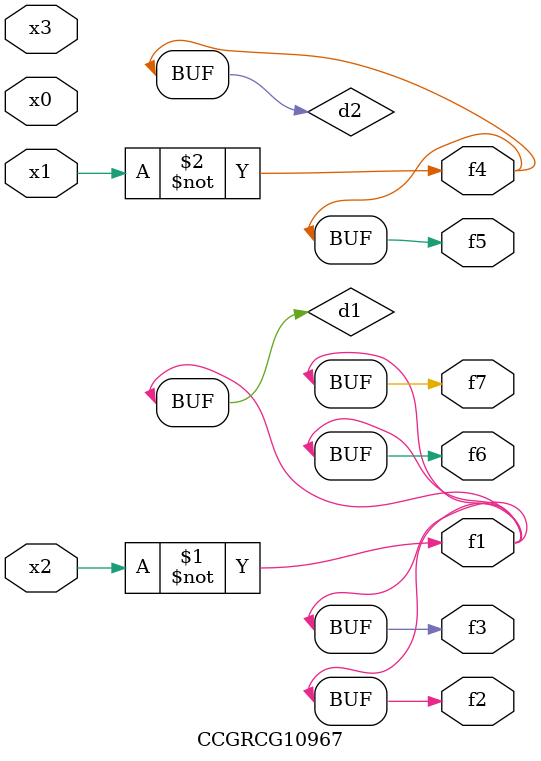
<source format=v>
module CCGRCG10967(
	input x0, x1, x2, x3,
	output f1, f2, f3, f4, f5, f6, f7
);

	wire d1, d2;

	xnor (d1, x2);
	not (d2, x1);
	assign f1 = d1;
	assign f2 = d1;
	assign f3 = d1;
	assign f4 = d2;
	assign f5 = d2;
	assign f6 = d1;
	assign f7 = d1;
endmodule

</source>
